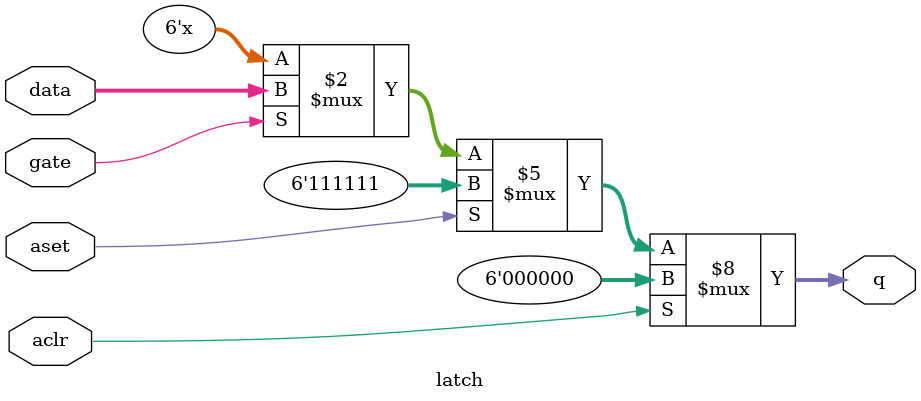
<source format=v>
module latch(aset,data,gate,aclr,q);
 parameter LAT_WIDTH=6;
 input aset,gate,aclr;
 input [LAT_WIDTH-1:0] data;
 output reg [LAT_WIDTH-1:0] q;
   always @(*) begin
      if(aclr)
       q<=0;
    else if (aset)
       q<={LAT_WIDTH{1'b1}};
    else if (gate) 
       q<=data;
   end
endmodule
</source>
